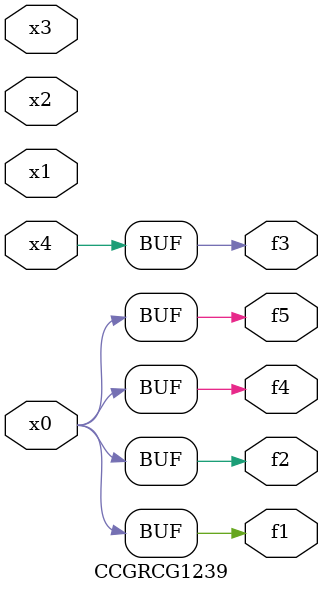
<source format=v>
module CCGRCG1239(
	input x0, x1, x2, x3, x4,
	output f1, f2, f3, f4, f5
);
	assign f1 = x0;
	assign f2 = x0;
	assign f3 = x4;
	assign f4 = x0;
	assign f5 = x0;
endmodule

</source>
